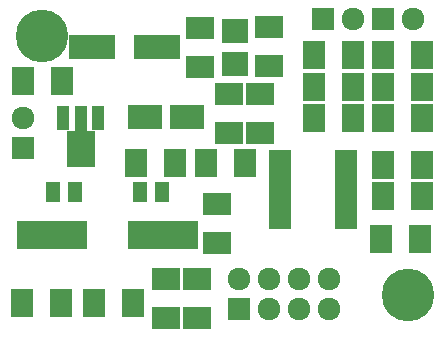
<source format=gts>
G04 (created by PCBNEW (2013-07-07 BZR 4022)-stable) date 09/12/2013 14:31:15*
%MOIN*%
G04 Gerber Fmt 3.4, Leading zero omitted, Abs format*
%FSLAX34Y34*%
G01*
G70*
G90*
G04 APERTURE LIST*
%ADD10C,0.00393701*%
%ADD11R,0.073648X0.032248*%
%ADD12R,0.043348X0.078748*%
%ADD13R,0.043348X0.098448*%
%ADD14R,0.094448X0.124048*%
%ADD15R,0.075748X0.095748*%
%ADD16R,0.095748X0.075748*%
%ADD17R,0.050748X0.070748*%
%ADD18R,0.232248X0.094448*%
%ADD19R,0.075748X0.075748*%
%ADD20C,0.075748*%
%ADD21R,0.086648X0.078648*%
%ADD22R,0.157448X0.078748*%
%ADD23R,0.118148X0.078748*%
%ADD24C,0.175748*%
G04 APERTURE END LIST*
G54D10*
G54D11*
X35512Y-14438D03*
X35512Y-14694D03*
X35512Y-14950D03*
X35512Y-15206D03*
X37714Y-13674D03*
X35512Y-13670D03*
X35512Y-13926D03*
X35512Y-14182D03*
X37716Y-15462D03*
X37716Y-15206D03*
X37716Y-14950D03*
X37716Y-14694D03*
X37716Y-14438D03*
X37716Y-14182D03*
X35512Y-15462D03*
X37714Y-13926D03*
X35512Y-13414D03*
X35512Y-15718D03*
X37716Y-15718D03*
X37716Y-13414D03*
G54D12*
X29451Y-12192D03*
G54D13*
X28860Y-12290D03*
G54D12*
X28269Y-12192D03*
G54D14*
X28860Y-13235D03*
G54D15*
X40170Y-16220D03*
X38870Y-16220D03*
G54D16*
X31700Y-17550D03*
X31700Y-18850D03*
G54D15*
X30700Y-13700D03*
X32000Y-13700D03*
X33050Y-13700D03*
X34350Y-13700D03*
G54D16*
X32850Y-9200D03*
X32850Y-10500D03*
X32750Y-17550D03*
X32750Y-18850D03*
X33800Y-11400D03*
X33800Y-12700D03*
X35150Y-10450D03*
X35150Y-9150D03*
X33400Y-16350D03*
X33400Y-15050D03*
X34850Y-12700D03*
X34850Y-11400D03*
G54D15*
X38950Y-14800D03*
X40250Y-14800D03*
X38950Y-13750D03*
X40250Y-13750D03*
X38950Y-12200D03*
X40250Y-12200D03*
X36650Y-12200D03*
X37950Y-12200D03*
X40250Y-11150D03*
X38950Y-11150D03*
X40250Y-10100D03*
X38950Y-10100D03*
X37950Y-10100D03*
X36650Y-10100D03*
X37950Y-11150D03*
X36650Y-11150D03*
G54D17*
X27925Y-14650D03*
X28675Y-14650D03*
X31575Y-14650D03*
X30825Y-14650D03*
G54D18*
X27900Y-16100D03*
X31600Y-16100D03*
G54D19*
X34150Y-18550D03*
G54D20*
X34150Y-17550D03*
X35150Y-18550D03*
X35150Y-17550D03*
X36150Y-18550D03*
X36150Y-17550D03*
X37150Y-18550D03*
X37150Y-17550D03*
G54D19*
X38950Y-8900D03*
G54D20*
X39950Y-8900D03*
G54D19*
X36950Y-8900D03*
G54D20*
X37950Y-8900D03*
G54D19*
X26950Y-13200D03*
G54D20*
X26950Y-12200D03*
G54D21*
X34000Y-9291D03*
X34000Y-10409D03*
G54D22*
X29231Y-9842D03*
X31397Y-9842D03*
G54D23*
X32409Y-12150D03*
X30991Y-12150D03*
G54D15*
X26900Y-18350D03*
X28200Y-18350D03*
X29300Y-18350D03*
X30600Y-18350D03*
X26950Y-10950D03*
X28250Y-10950D03*
G54D24*
X39763Y-18110D03*
X27559Y-9448D03*
M02*

</source>
